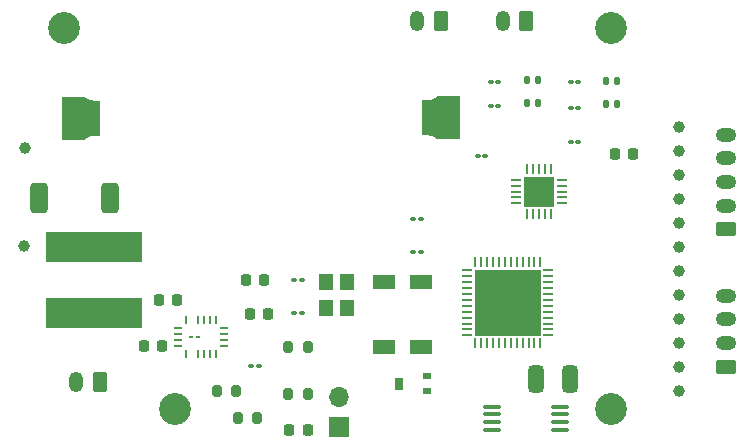
<source format=gbr>
%TF.GenerationSoftware,KiCad,Pcbnew,7.0.9*%
%TF.CreationDate,2024-01-02T07:57:39-07:00*%
%TF.ProjectId,ElephantR9,456c6570-6861-46e7-9452-392e6b696361,rev?*%
%TF.SameCoordinates,Original*%
%TF.FileFunction,Soldermask,Top*%
%TF.FilePolarity,Negative*%
%FSLAX46Y46*%
G04 Gerber Fmt 4.6, Leading zero omitted, Abs format (unit mm)*
G04 Created by KiCad (PCBNEW 7.0.9) date 2024-01-02 07:57:39*
%MOMM*%
%LPD*%
G01*
G04 APERTURE LIST*
G04 Aperture macros list*
%AMRoundRect*
0 Rectangle with rounded corners*
0 $1 Rounding radius*
0 $2 $3 $4 $5 $6 $7 $8 $9 X,Y pos of 4 corners*
0 Add a 4 corners polygon primitive as box body*
4,1,4,$2,$3,$4,$5,$6,$7,$8,$9,$2,$3,0*
0 Add four circle primitives for the rounded corners*
1,1,$1+$1,$2,$3*
1,1,$1+$1,$4,$5*
1,1,$1+$1,$6,$7*
1,1,$1+$1,$8,$9*
0 Add four rect primitives between the rounded corners*
20,1,$1+$1,$2,$3,$4,$5,0*
20,1,$1+$1,$4,$5,$6,$7,0*
20,1,$1+$1,$6,$7,$8,$9,0*
20,1,$1+$1,$8,$9,$2,$3,0*%
%AMFreePoly0*
4,1,32,0.200000,1.710000,0.217978,1.702552,0.236753,1.697426,0.376386,1.589219,0.526381,1.504463,0.687059,1.442253,0.855037,1.403901,1.028740,1.390056,1.444035,1.390057,1.486461,1.372483,1.504035,1.330057,1.504034,-1.539942,1.486463,-1.582365,1.486460,-1.582365,1.486460,-1.582368,1.464626,-1.591411,1.444038,-1.599942,1.046227,-1.599966,0.870517,-1.612848,0.700699,-1.650739,
0.538233,-1.712989,0.386579,-1.798267,0.245504,-1.907443,0.226743,-1.912552,0.208783,-1.919992,-1.650000,-1.919992,-1.692426,-1.902418,-1.710000,-1.859992,-1.710000,1.650007,-1.692426,1.692433,-1.650000,1.710007,0.200000,1.710000,0.200000,1.710000,$1*%
G04 Aperture macros list end*
%ADD10C,1.000000*%
%ADD11RoundRect,0.100000X-0.130000X-0.100000X0.130000X-0.100000X0.130000X0.100000X-0.130000X0.100000X0*%
%ADD12RoundRect,0.375000X-0.375000X-0.925000X0.375000X-0.925000X0.375000X0.925000X-0.375000X0.925000X0*%
%ADD13RoundRect,0.062500X-0.350000X-0.062500X0.350000X-0.062500X0.350000X0.062500X-0.350000X0.062500X0*%
%ADD14RoundRect,0.062500X-0.062500X-0.350000X0.062500X-0.350000X0.062500X0.350000X-0.062500X0.350000X0*%
%ADD15R,2.500000X2.500000*%
%ADD16RoundRect,0.147500X-0.147500X-0.172500X0.147500X-0.172500X0.147500X0.172500X-0.147500X0.172500X0*%
%ADD17RoundRect,0.225000X-0.225000X-0.250000X0.225000X-0.250000X0.225000X0.250000X-0.225000X0.250000X0*%
%ADD18R,8.200000X2.600000*%
%ADD19R,1.700000X1.700000*%
%ADD20O,1.700000X1.700000*%
%ADD21RoundRect,0.200000X-0.200000X-0.275000X0.200000X-0.275000X0.200000X0.275000X-0.200000X0.275000X0*%
%ADD22RoundRect,0.100000X-0.637500X-0.100000X0.637500X-0.100000X0.637500X0.100000X-0.637500X0.100000X0*%
%ADD23C,2.700000*%
%ADD24R,1.200000X1.400000*%
%ADD25RoundRect,0.062500X-0.375000X-0.062500X0.375000X-0.062500X0.375000X0.062500X-0.375000X0.062500X0*%
%ADD26RoundRect,0.062500X-0.062500X-0.375000X0.062500X-0.375000X0.062500X0.375000X-0.062500X0.375000X0*%
%ADD27R,5.600000X5.600000*%
%ADD28FreePoly0,180.000000*%
%ADD29FreePoly0,0.000000*%
%ADD30RoundRect,0.250000X0.350000X0.625000X-0.350000X0.625000X-0.350000X-0.625000X0.350000X-0.625000X0*%
%ADD31O,1.200000X1.750000*%
%ADD32RoundRect,0.218750X-0.218750X-0.256250X0.218750X-0.256250X0.218750X0.256250X-0.218750X0.256250X0*%
%ADD33R,1.900000X1.300000*%
%ADD34RoundRect,0.250000X0.625000X-0.350000X0.625000X0.350000X-0.625000X0.350000X-0.625000X-0.350000X0*%
%ADD35O,1.750000X1.200000*%
%ADD36RoundRect,0.325000X-0.325000X-0.825000X0.325000X-0.825000X0.325000X0.825000X-0.325000X0.825000X0*%
%ADD37R,0.800000X0.600000*%
%ADD38R,0.700000X1.000000*%
%ADD39R,0.250000X0.700000*%
%ADD40R,0.700000X0.250000*%
%ADD41R,0.400000X0.220000*%
%ADD42R,0.356000X0.220000*%
G04 APERTURE END LIST*
D10*
%TO.C,REF\u002A\u002A1*%
X74422000Y-29972000D03*
%TD*%
D11*
%TO.C,C16*%
X65225000Y-31242000D03*
X65865000Y-31242000D03*
%TD*%
%TO.C,C9*%
X51890000Y-40513000D03*
X52530000Y-40513000D03*
%TD*%
D10*
%TO.C,REF\u002A\u002A2*%
X74422000Y-32004000D03*
%TD*%
D11*
%TO.C,C8*%
X51890000Y-37719000D03*
X52530000Y-37719000D03*
%TD*%
D12*
%TO.C,C3*%
X20193000Y-35941000D03*
X26193000Y-35941000D03*
%TD*%
D13*
%TO.C,U3*%
X60579000Y-34417000D03*
X60579000Y-34917000D03*
X60579000Y-35417000D03*
X60579000Y-35917000D03*
X60579000Y-36417000D03*
D14*
X61516500Y-37354500D03*
X62016500Y-37354500D03*
X62516500Y-37354500D03*
X63016500Y-37354500D03*
X63516500Y-37354500D03*
D13*
X64454000Y-36417000D03*
X64454000Y-35917000D03*
X64454000Y-35417000D03*
X64454000Y-34917000D03*
X64454000Y-34417000D03*
D14*
X63516500Y-33479500D03*
X63016500Y-33479500D03*
X62516500Y-33479500D03*
X62016500Y-33479500D03*
X61516500Y-33479500D03*
D15*
X62516500Y-35417000D03*
%TD*%
D16*
%TO.C,FB2*%
X61514000Y-27940000D03*
X62484000Y-27940000D03*
%TD*%
D17*
%TO.C,C14*%
X38050898Y-45810898D03*
X39600898Y-45810898D03*
%TD*%
D16*
%TO.C,FB3*%
X68199000Y-26035000D03*
X69169000Y-26035000D03*
%TD*%
D17*
%TO.C,C2*%
X29083000Y-48502000D03*
X30633000Y-48502000D03*
%TD*%
D18*
%TO.C,L1*%
X24892000Y-45720000D03*
X24892000Y-40120000D03*
%TD*%
D11*
%TO.C,C13*%
X41820898Y-45653898D03*
X42460898Y-45653898D03*
%TD*%
D19*
%TO.C,SW1*%
X45593000Y-55372000D03*
D20*
X45593000Y-52832000D03*
%TD*%
D10*
%TO.C,REF\u002A\u002A4*%
X74422000Y-36068000D03*
%TD*%
D21*
%TO.C,R7*%
X41315898Y-52541898D03*
X42965898Y-52541898D03*
%TD*%
D10*
%TO.C,REF\u002A\u002A3*%
X74422000Y-34036000D03*
%TD*%
D17*
%TO.C,C4*%
X37719000Y-42914000D03*
X39269000Y-42914000D03*
%TD*%
D22*
%TO.C,U4*%
X58554700Y-53635000D03*
X58554700Y-54285000D03*
X58554700Y-54935000D03*
X58554700Y-55585000D03*
X64279700Y-55585000D03*
X64279700Y-54935000D03*
X64279700Y-54285000D03*
X64279700Y-53635000D03*
%TD*%
D10*
%TO.C,REF\u002A\u002A5*%
X74422000Y-38100000D03*
%TD*%
D23*
%TO.C,H1*%
X22315898Y-21553898D03*
%TD*%
D11*
%TO.C,C15*%
X38174000Y-50165000D03*
X38814000Y-50165000D03*
%TD*%
D23*
%TO.C,H2*%
X68644000Y-21590000D03*
%TD*%
D24*
%TO.C,Y2*%
X44540898Y-43102898D03*
X44540898Y-45302898D03*
X46240898Y-45302898D03*
X46240898Y-43102898D03*
%TD*%
D25*
%TO.C,U5*%
X56462500Y-42089500D03*
X56462500Y-42589500D03*
X56462500Y-43089500D03*
X56462500Y-43589500D03*
X56462500Y-44089500D03*
X56462500Y-44589500D03*
X56462500Y-45089500D03*
X56462500Y-45589500D03*
X56462500Y-46089500D03*
X56462500Y-46589500D03*
X56462500Y-47089500D03*
X56462500Y-47589500D03*
D26*
X57150000Y-48277000D03*
X57650000Y-48277000D03*
X58150000Y-48277000D03*
X58650000Y-48277000D03*
X59150000Y-48277000D03*
X59650000Y-48277000D03*
X60150000Y-48277000D03*
X60650000Y-48277000D03*
X61150000Y-48277000D03*
X61650000Y-48277000D03*
X62150000Y-48277000D03*
X62650000Y-48277000D03*
D25*
X63337500Y-47589500D03*
X63337500Y-47089500D03*
X63337500Y-46589500D03*
X63337500Y-46089500D03*
X63337500Y-45589500D03*
X63337500Y-45089500D03*
X63337500Y-44589500D03*
X63337500Y-44089500D03*
X63337500Y-43589500D03*
X63337500Y-43089500D03*
X63337500Y-42589500D03*
X63337500Y-42089500D03*
D26*
X62650000Y-41402000D03*
X62150000Y-41402000D03*
X61650000Y-41402000D03*
X61150000Y-41402000D03*
X60650000Y-41402000D03*
X60150000Y-41402000D03*
X59650000Y-41402000D03*
X59150000Y-41402000D03*
X58650000Y-41402000D03*
X58150000Y-41402000D03*
X57650000Y-41402000D03*
X57150000Y-41402000D03*
D27*
X59900000Y-44839500D03*
%TD*%
D11*
%TO.C,C5*%
X58468000Y-26162000D03*
X59108000Y-26162000D03*
%TD*%
D10*
%TO.C,REF\u002A\u002A9*%
X74422000Y-46228000D03*
%TD*%
D28*
%TO.C,BT2*%
X54176000Y-29283000D03*
D29*
X23876000Y-29083000D03*
%TD*%
D11*
%TO.C,C11*%
X65225000Y-26162000D03*
X65865000Y-26162000D03*
%TD*%
%TO.C,C18*%
X57351000Y-32385000D03*
X57991000Y-32385000D03*
%TD*%
D30*
%TO.C,LS2*%
X61468000Y-20955000D03*
D31*
X59468000Y-20955000D03*
%TD*%
D23*
%TO.C,H4*%
X31713898Y-53811898D03*
%TD*%
D10*
%TO.C,REF\u002A\u002A6*%
X74422000Y-40132000D03*
%TD*%
%TO.C,REF\u002A\u002A11*%
X74422000Y-50292000D03*
%TD*%
D11*
%TO.C,C12*%
X41820898Y-42889898D03*
X42460898Y-42889898D03*
%TD*%
D32*
%TO.C,D3*%
X41393398Y-55589898D03*
X42968398Y-55589898D03*
%TD*%
D10*
%TO.C,REF\u002A\u002A7*%
X74422000Y-42164000D03*
%TD*%
D21*
%TO.C,R1*%
X37047898Y-54573898D03*
X38697898Y-54573898D03*
%TD*%
D23*
%TO.C,H3*%
X68644000Y-53848000D03*
%TD*%
D10*
%TO.C,REF\u002A\u002A12*%
X74422000Y-52324000D03*
%TD*%
D30*
%TO.C,LS1*%
X54229000Y-20955000D03*
D31*
X52229000Y-20955000D03*
%TD*%
D33*
%TO.C,Y1*%
X49378000Y-43053000D03*
X49378000Y-48553000D03*
X52578000Y-48553000D03*
X52578000Y-43053000D03*
%TD*%
D21*
%TO.C,R4*%
X41301796Y-48561040D03*
X42951796Y-48561040D03*
%TD*%
D17*
%TO.C,C17*%
X68961000Y-32258000D03*
X70511000Y-32258000D03*
%TD*%
D10*
%TO.C,REF\u002A\u002A10*%
X74422000Y-48260000D03*
%TD*%
%TO.C,TP2*%
X19050000Y-31750000D03*
%TD*%
D30*
%TO.C,BT1*%
X25363898Y-51525898D03*
D31*
X23363898Y-51525898D03*
%TD*%
D21*
%TO.C,R8*%
X35270898Y-52287898D03*
X36920898Y-52287898D03*
%TD*%
D10*
%TO.C,TP1*%
X18923000Y-40005000D03*
%TD*%
%TO.C,REF\u002A\u002A8*%
X74422000Y-44196000D03*
%TD*%
D11*
%TO.C,C7*%
X65225000Y-28321000D03*
X65865000Y-28321000D03*
%TD*%
D34*
%TO.C,J1*%
X78359000Y-50244000D03*
D35*
X78359000Y-48244000D03*
X78359000Y-46244000D03*
X78359000Y-44244000D03*
%TD*%
D11*
%TO.C,C6*%
X58468000Y-28194000D03*
X59108000Y-28194000D03*
%TD*%
D16*
%TO.C,FB4*%
X68199000Y-28025000D03*
X69169000Y-28025000D03*
%TD*%
D36*
%TO.C,C10*%
X62253200Y-51257200D03*
X65153200Y-51257200D03*
%TD*%
D37*
%TO.C,R2*%
X53023000Y-52339000D03*
D38*
X50673000Y-51689000D03*
D37*
X53023000Y-51039000D03*
%TD*%
D34*
%TO.C,J2*%
X78359000Y-38608000D03*
D35*
X78359000Y-36608000D03*
X78359000Y-34608000D03*
X78359000Y-32608000D03*
X78359000Y-30608000D03*
%TD*%
D17*
%TO.C,C1*%
X30340000Y-44577000D03*
X31890000Y-44577000D03*
%TD*%
D16*
%TO.C,FB1*%
X61514000Y-25950000D03*
X62484000Y-25950000D03*
%TD*%
D39*
%TO.C,U1*%
X35179000Y-46299000D03*
X34679000Y-46299000D03*
X34179000Y-46299000D03*
X33679000Y-46299000D03*
X32679000Y-46299000D03*
D40*
X32004000Y-46974000D03*
X32004000Y-47474000D03*
X32004000Y-47974000D03*
X32004000Y-48474000D03*
D39*
X32679000Y-49149000D03*
X33679000Y-49149000D03*
X34179000Y-49149000D03*
X34679000Y-49149000D03*
X35179000Y-49149000D03*
D40*
X35854000Y-48474000D03*
X35854000Y-47974000D03*
X35854000Y-47474000D03*
X35854000Y-46974000D03*
D41*
X33054000Y-47724000D03*
D42*
X33624000Y-47724000D03*
%TD*%
M02*

</source>
